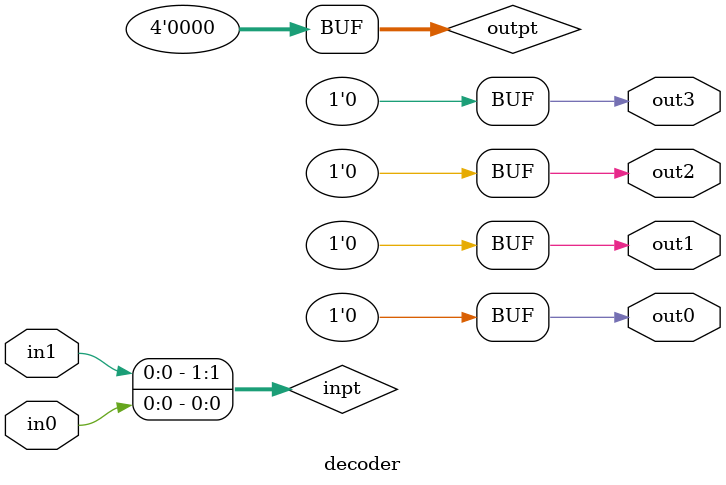
<source format=v>
`timescale 1ns / 1ps


module decoder(
    input in0,
    input in1,
    output out0,
    output out1,
    output out2,
    output out3
    );
    
    reg [3:0] outpt;
    reg [1:0] inpt;
   
    always @*
    begin
    inpt[0]<=in0;
    inpt[1]<=in1;
    casex (inpt)
    2'b00:outpt = 4'b0001;
    2'b01:outpt = 4'b0010;
    2'b10:outpt = 4'b0100;
    2'b11:outpt = 4'b1000;
    default:outpt = 0;
    endcase
    end
    assign out0=outpt[0];
    assign out1=outpt[1];
    assign out2=outpt[2];
    assign out3=outpt[3];

endmodule

</source>
